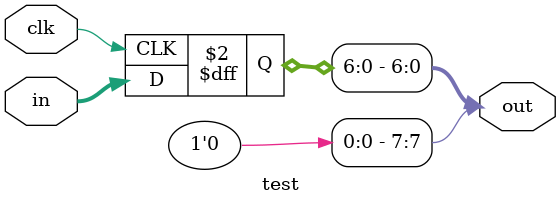
<source format=v>
module test(
	in,
	out,
	clk
);

input clk;
input  [6:0] in;
output [7:0] out;

always @(posedge clk)
	out[6:0] <= in;

assign out[7] = 0;

endmodule

</source>
